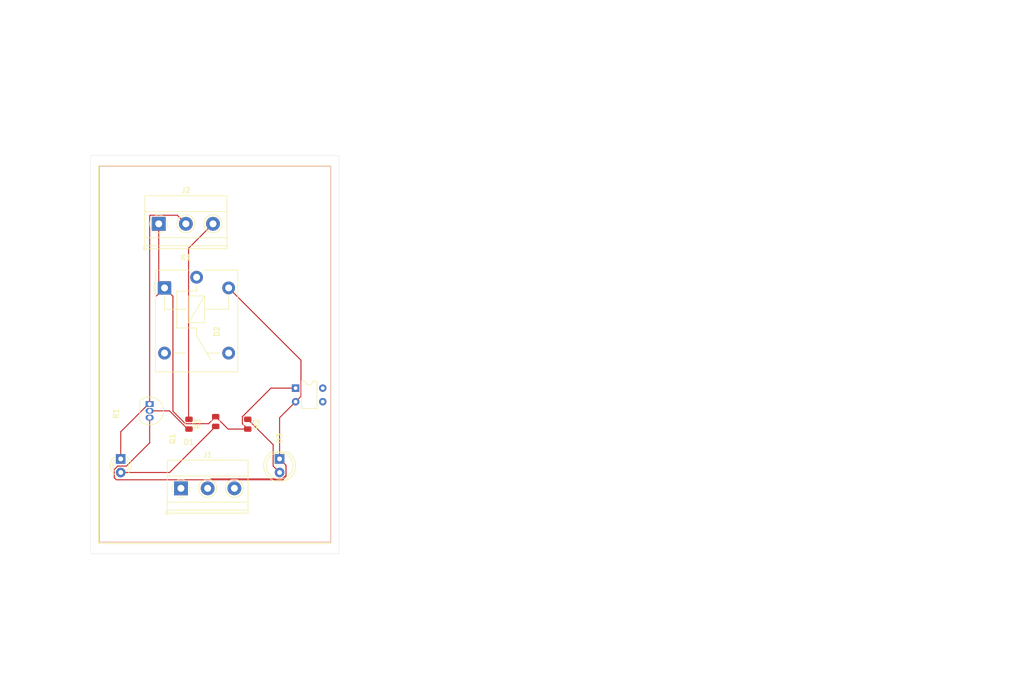
<source format=kicad_pcb>
(kicad_pcb (version 20240108) (generator "pcbnew") (generator_version "8.0")
  (title_block (title "PLACA MODULO RELÉ") (date "2024-04-21") (rev "Reynaldo Avila") (company "UNIVERSIDAD CATÓLICA BOLIVIANA "))
  (layers (0 "F.Cu" signal) (31 "B.Cu" signal) (34 "B.Paste" user) (35 "F.Paste" user) (36 "B.SilkS" user "B.Silkscreen") (37 "F.SilkS" user "F.Silkscreen") (38 "B.Mask" user) (39 "F.Mask" user) (44 "Edge.Cuts" user))
  (net 0 "")
  (net 1 "Net-(D1-A)")
  (net 2 "Net-(D1-K)")
  (net 3 "Net-(D2-A)")
  (net 4 "Net-(D2-K)")
  (net 5 "Net-(D3-A)")
  (net 6 "Net-(Q1-B)")
  (net 7 "Net-(K1-Pad11)")
  (net 8 "Net-(K1-Pad12)")
  (net 9 "Net-(K1-Pad14)")
  (net 10 "Net-(J2-Pin_3)")
  (net 11 "Net-(J1-Pin_1)")
  (net 12 "Net-(J1-Pin_3)")
  (net 13 "Net-(J1-Pin_2)")
  (footprint "Diode_THT:Diode_Bridge_DIP-4_W5.08mm_P2.54mm" (layer "F.Cu") (at 130.4234 97.98865)
    (property "Reference" "D1" (at -20 10.105 0) (layer "F.SilkS"))
    (property "Value" "D")
    (fp_line (start 1.1 -1.3) (end 1.1 3.8) (stroke (width 0.12)) (layer "F.SilkS"))
    (fp_line (start 1.1 3.8) (end 4 3.8) (stroke (width 0.12)) (layer "F.SilkS"))
    (fp_line (start 1.8 -1.3) (end 1.1 -1.3) (stroke (width 0.12)) (layer "F.SilkS"))
    (fp_line (start 4 -1.3) (end 3.2 -1.3) (stroke (width 0.12)) (layer "F.SilkS"))
    (fp_line (start 4 3.8) (end 4 -1.3) (stroke (width 0.12)) (layer "F.SilkS"))
    (fp_arc (start 3.2 -1.3) (mid 2.5 -0.6) (end 1.8 -1.3) (stroke (width 0.12)) (layer "F.SilkS"))
    (pad "1" thru_hole rect (at 0 0) (size 1.4 1.4) (drill 0.7) (layers "*.Cu" "*.Mask") (net 2 "Net-(D1-K)"))
    (pad "2" thru_hole circle (at 0 2.54) (size 1.4 1.4) (drill 0.7) (layers "*.Cu" "*.Mask") (net 1 "Net-(D1-A)"))
    (pad "3" thru_hole circle (at 5.08 2.54) (size 1.4 1.4) (drill 0.7) (layers "*.Cu" "*.Mask"))
    (pad "4" thru_hole circle (at 5.08 0) (size 1.4 1.4) (drill 0.7) (layers "*.Cu" "*.Mask"))
  )
  (footprint "Package_TO_SOT_THT:TO-92_Inline" (layer "F.Cu") (at 103.1034 100.96865 -90)
    (property "Reference" "Q1" (at 6.515779 -4.265779 90) (layer "F.SilkS"))
    (property "Value" "S8050")
    (fp_line (start -0.53 1.85) (end 3.07 1.85) (stroke (width 0.12)) (layer "F.SilkS"))
    (fp_arc (start -0.568478 1.838478) (mid -1.132087 -0.994977) (end 1.27 -2.6) (stroke (width 0.12)) (layer "F.SilkS"))
    (fp_arc (start 1.27 -2.6) (mid 3.672087 -0.994977) (end 3.108478 1.838478) (stroke (width 0.12)) (layer "F.SilkS"))
    (pad "1" thru_hole rect (at 0 0 270) (size 1.05 1.5) (drill 0.75) (layers "*.Cu" "*.Mask") (net 4 "Net-(D2-K)"))
    (pad "2" thru_hole oval (at 1.27 0 270) (size 1.05 1.5) (drill 0.75) (layers "*.Cu" "*.Mask") (net 6 "Net-(Q1-B)"))
    (pad "3" thru_hole oval (at 2.54 0 270) (size 1.05 1.5) (drill 0.75) (layers "*.Cu" "*.Mask") (net 1 "Net-(D1-A)"))
  )
  (footprint "Resistor_SMD:R_0805_2012Metric" (layer "F.Cu") (at 121.4634 104.73865 -90)
    (property "Reference" "R2" (at 0 -1.65 90) (layer "F.SilkS"))
    (property "Value" "R")
    (fp_line (start -0.227064 0.735) (end 0.227064 0.735) (stroke (width 0.12)) (layer "F.SilkS"))
    (fp_line (start -0.227064 -0.735) (end 0.227064 -0.735) (stroke (width 0.12)) (layer "F.SilkS"))
    (pad "1" smd roundrect (at -0.9125 0 270) (size 1.025 1.4) (layers "F.Cu" "F.Paste" "F.Mask") (roundrect_rratio 0.243902) (net 5 "Net-(D3-A)"))
    (pad "2" smd roundrect (at 0.9125 0 270) (size 1.025 1.4) (layers "F.Cu" "F.Paste" "F.Mask") (roundrect_rratio 0.243902) (net 2 "Net-(D1-K)"))
  )
  (footprint "Resistor_SMD:R_0805_2012Metric" (layer "F.Cu") (at 115.4634 104.23865 90)
    (property "Reference" "R1" (at 1.4925 -18.6225 -90) (layer "F.SilkS"))
    (property "Value" "R")
    (fp_line (start -0.227064 -0.735) (end 0.227064 -0.735) (stroke (width 0.12)) (layer "F.SilkS"))
    (fp_line (start -0.227064 0.735) (end 0.227064 0.735) (stroke (width 0.12)) (layer "F.SilkS"))
    (pad "1" smd roundrect (at -0.9125 0 90) (size 1.025 1.4) (layers "F.Cu" "F.Paste" "F.Mask") (roundrect_rratio 0.243902) (net 3 "Net-(D2-A)"))
    (pad "2" smd roundrect (at 0.9125 0 90) (size 1.025 1.4) (layers "F.Cu" "F.Paste" "F.Mask") (roundrect_rratio 0.243902) (net 2 "Net-(D1-K)"))
  )
  (footprint "TerminalBlock_Phoenix:TerminalBlock_Phoenix_MKDS-1,5-3-5.08_1x03_P5.08mm_Horizontal" (layer "F.Cu") (at 104.8034 67.23865)
    (property "Reference" "J2" (at 5.08 -6.26 0) (layer "F.SilkS"))
    (property "Value" "Conn_01x03_Pin")
    (fp_line (start -2.84 4.16) (end -2.84 4.9) (stroke (width 0.12)) (layer "F.SilkS"))
    (fp_line (start -2.84 4.9) (end -2.34 4.9) (stroke (width 0.12)) (layer "F.SilkS"))
    (fp_line (start -2.6 -5.261) (end -2.6 4.66) (stroke (width 0.12)) (layer "F.SilkS"))
    (fp_line (start -2.6 -5.261) (end 12.76 -5.261) (stroke (width 0.12)) (layer "F.SilkS"))
    (fp_line (start -2.6 -2.301) (end 12.76 -2.301) (stroke (width 0.12)) (layer "F.SilkS"))
    (fp_line (start -2.6 2.6) (end 12.76 2.6) (stroke (width 0.12)) (layer "F.SilkS"))
    (fp_line (start -2.6 4.1) (end 12.76 4.1) (stroke (width 0.12)) (layer "F.SilkS"))
    (fp_line (start -2.6 4.66) (end 12.76 4.66) (stroke (width 0.12)) (layer "F.SilkS"))
    (fp_line (start 3.853 1.023) (end 3.806 1.069) (stroke (width 0.12)) (layer "F.SilkS"))
    (fp_line (start 4.046 1.239) (end 4.011 1.274) (stroke (width 0.12)) (layer "F.SilkS"))
    (fp_line (start 6.15 -1.275) (end 6.115 -1.239) (stroke (width 0.12)) (layer "F.SilkS"))
    (fp_line (start 6.355 -1.069) (end 6.308 -1.023) (stroke (width 0.12)) (layer "F.SilkS"))
    (fp_line (start 8.933 1.023) (end 8.886 1.069) (stroke (width 0.12)) (layer "F.SilkS"))
    (fp_line (start 9.126 1.239) (end 9.091 1.274) (stroke (width 0.12)) (layer "F.SilkS"))
    (fp_line (start 11.23 -1.275) (end 11.195 -1.239) (stroke (width 0.12)) (layer "F.SilkS"))
    (fp_line (start 11.435 -1.069) (end 11.388 -1.023) (stroke (width 0.12)) (layer "F.SilkS"))
    (fp_line (start 12.76 -5.261) (end 12.76 4.66) (stroke (width 0.12)) (layer "F.SilkS"))
    (fp_arc (start -1.535427 0.683042) (mid -1.680501 -0.000524) (end -1.535 -0.684) (stroke (width 0.12)) (layer "F.SilkS"))
    (fp_arc (start -0.683042 -1.535427) (mid 0.000524 -1.680501) (end 0.684 -1.535) (stroke (width 0.12)) (layer "F.SilkS"))
    (fp_arc (start 0.028805 1.680253) (mid -0.335551 1.646659) (end -0.684 1.535) (stroke (width 0.12)) (layer "F.SilkS"))
    (fp_arc (start 0.683318 1.534756) (mid 0.349292 1.643288) (end 0 1.68) (stroke (width 0.12)) (layer "F.SilkS"))
    (fp_arc (start 1.535427 -0.683042) (mid 1.680501 0.000524) (end 1.535 0.684) (stroke (width 0.12)) (layer "F.SilkS"))
    (fp_circle (center 5.08 0) (end 6.76 0) (stroke (width 0.12)) (fill none) (layer "F.SilkS"))
    (fp_circle (center 10.16 0) (end 11.84 0) (stroke (width 0.12)) (fill none) (layer "F.SilkS"))
    (pad "1" thru_hole rect (at 0 0) (size 2.6 2.6) (drill 1.3) (layers "*.Cu" "*.Mask") (net 2 "Net-(D1-K)"))
    (pad "2" thru_hole circle (at 5.08 0) (size 2.6 2.6) (drill 1.3) (layers "*.Cu" "*.Mask") (net 4 "Net-(D2-K)"))
    (pad "3" thru_hole circle (at 10.16 0) (size 2.6 2.6) (drill 1.3) (layers "*.Cu" "*.Mask") (net 10 "Net-(J2-Pin_3)"))
  )
  (footprint "LED_THT:LED_D5.0mm_IRGrey" (layer "F.Cu") (at 127.4234 111.23865 -90)
    (property "Reference" "D3" (at -3.855 0 90) (layer "F.SilkS"))
    (property "Value" "LED")
    (fp_line (start -1.29 -1.545) (end -1.29 1.545) (stroke (width 0.12)) (layer "F.SilkS"))
    (fp_arc (start 4.26 -0.000462) (mid 2.072002 2.880433) (end -1.29 1.54483) (stroke (width 0.12)) (layer "F.SilkS"))
    (fp_arc (start -1.29 -1.54483) (mid 2.072002 -2.880433) (end 4.26 0.000462) (stroke (width 0.12)) (layer "F.SilkS"))
    (fp_circle (center 1.27 0) (end 3.77 0) (stroke (width 0.12)) (fill none) (layer "F.SilkS"))
    (pad "1" thru_hole rect (at 0 0 270) (size 1.8 1.8) (drill 0.9) (layers "*.Cu" "*.Mask") (net 1 "Net-(D1-A)"))
    (pad "2" thru_hole circle (at 2.54 0 270) (size 1.8 1.8) (drill 0.9) (layers "*.Cu" "*.Mask") (net 5 "Net-(D3-A)"))
  )
  (footprint "Relay_THT:Relay_SPDT_Finder_36.11" (layer "F.Cu") (at 105.8884 79.23365)
    (property "Reference" "K1" (at 4 -5.7 0) (layer "F.SilkS"))
    (property "Value" "Relay_SPDT")
    (fp_line (start -1.95 -1.15) (end -1.95 1.15) (stroke (width 0.12)) (layer "F.SilkS"))
    (fp_line (start -1.71 15.7) (end -1.71 -3.31) (stroke (width 0.12)) (layer "F.SilkS"))
    (fp_line (start 0 1.7) (end 0 4) (stroke (width 0.12)) (layer "F.SilkS"))
    (fp_line (start 1.7 12.2) (end 4 12.2) (stroke (width 0.12)) (layer "F.SilkS"))
    (fp_line (start 2.3 7.5) (end 2.3 0.6) (stroke (width 0.12)) (layer "F.SilkS"))
    (fp_line (start 4.5 1.5) (end 7.5 1.5) (stroke (width 0.12)) (layer "F.SilkS"))
    (fp_line (start 4.5 4) (end 0 4) (stroke (width 0.12)) (layer "F.SilkS"))
    (fp_line (start 4.5 6.5) (end 4.5 1.5) (stroke (width 0.12)) (layer "F.SilkS"))
    (fp_line (start 4.5 6.5) (end 7.5 1.5) (stroke (width 0.12)) (layer "F.SilkS"))
    (fp_line (start 4.8 -3.31) (end -1.71 -3.31) (stroke (width 0.12)) (layer "F.SilkS"))
    (fp_line (start 6 0.6) (end 2.3 0.6) (stroke (width 0.12)) (layer "F.SilkS"))
    (fp_line (start 6 0.6) (end 6 -0.3) (stroke (width 0.12)) (layer "F.SilkS"))
    (fp_line (start 6 7.5) (end 2.3 7.5) (stroke (width 0.12)) (layer "F.SilkS"))
    (fp_line (start 6 7.5) (end 6 9) (stroke (width 0.12)) (layer "F.SilkS"))
    (fp_line (start 6 9) (end 8.7 13.5) (stroke (width 0.12)) (layer "F.SilkS"))
    (fp_line (start 7.5 1.5) (end 7.5 6.5) (stroke (width 0.12)) (layer "F.SilkS"))
    (fp_line (start 7.5 6.5) (end 4.5 6.5) (stroke (width 0.12)) (layer "F.SilkS"))
    (fp_line (start 10.3 12.2) (end 8 12.2) (stroke (width 0.12)) (layer "F.SilkS"))
    (fp_line (start 12 4) (end 7.5 4) (stroke (width 0.12)) (layer "F.SilkS"))
    (fp_line (start 12 4) (end 12 1.7) (stroke (width 0.12)) (layer "F.SilkS"))
    (fp_line (start 13.71 -3.31) (end 7.2 -3.31) (stroke (width 0.12)) (layer "F.SilkS"))
    (fp_line (start 13.71 -3.31) (end 13.71 15.71) (stroke (width 0.12)) (layer "F.SilkS"))
    (fp_line (start 13.71 15.71) (end -1.71 15.71) (stroke (width 0.12)) (layer "F.SilkS"))
    (pad "11" thru_hole circle (at 6 -2) (size 2.4 2.4) (drill 1.3) (layers "*.Cu" "*.Mask") (net 7 "Net-(K1-Pad11)") (clearance 0.2))
    (pad "12" thru_hole circle (at 12 12.2) (size 2.4 2.4) (drill 1.3) (layers "*.Cu" "*.Mask") (net 8 "Net-(K1-Pad12)"))
    (pad "14" thru_hole circle (at 0 12.2) (size 2.4 2.4) (drill 1.3) (layers "*.Cu" "*.Mask") (net 9 "Net-(K1-Pad14)"))
    (pad "A1" thru_hole roundrect (at 0 0) (size 2.5 2.5) (drill 1.3) (layers "*.Cu" "*.Mask") (roundrect_rratio 0.1) (net 2 "Net-(D1-K)"))
    (pad "A2" thru_hole circle (at 12 0) (size 2.4 2.4) (drill 1.3) (layers "*.Cu" "*.Mask") (net 1 "Net-(D1-A)"))
  )
  (footprint "TerminalBlock_Phoenix:TerminalBlock_Phoenix_MKDS-1,5-3_1x03_P5.00mm_Horizontal" (layer "F.Cu") (at 108.9634 116.73865)
    (property "Reference" "J1" (at 5 -6.26 0) (layer "F.SilkS"))
    (property "Value" "Conn_01x03_Pin")
    (fp_line (start -2.8 4.16) (end -2.8 4.9) (stroke (width 0.12)) (layer "F.SilkS"))
    (fp_line (start -2.8 4.9) (end -2.3 4.9) (stroke (width 0.12)) (layer "F.SilkS"))
    (fp_line (start -2.56 -5.261) (end -2.56 4.66) (stroke (width 0.12)) (layer "F.SilkS"))
    (fp_line (start -2.56 -5.261) (end 12.56 -5.261) (stroke (width 0.12)) (layer "F.SilkS"))
    (fp_line (start -2.56 -2.301) (end 12.56 -2.301) (stroke (width 0.12)) (layer "F.SilkS"))
    (fp_line (start -2.56 2.6) (end 12.56 2.6) (stroke (width 0.12)) (layer "F.SilkS"))
    (fp_line (start -2.56 4.1) (end 12.56 4.1) (stroke (width 0.12)) (layer "F.SilkS"))
    (fp_line (start -2.56 4.66) (end 12.56 4.66) (stroke (width 0.12)) (layer "F.SilkS"))
    (fp_line (start 3.773 1.023) (end 3.726 1.069) (stroke (width 0.12)) (layer "F.SilkS"))
    (fp_line (start 3.966 1.239) (end 3.931 1.274) (stroke (width 0.12)) (layer "F.SilkS"))
    (fp_line (start 6.07 -1.275) (end 6.035 -1.239) (stroke (width 0.12)) (layer "F.SilkS"))
    (fp_line (start 6.275 -1.069) (end 6.228 -1.023) (stroke (width 0.12)) (layer "F.SilkS"))
    (fp_line (start 8.773 1.023) (end 8.726 1.069) (stroke (width 0.12)) (layer "F.SilkS"))
    (fp_line (start 8.966 1.239) (end 8.931 1.274) (stroke (width 0.12)) (layer "F.SilkS"))
    (fp_line (start 11.07 -1.275) (end 11.035 -1.239) (stroke (width 0.12)) (layer "F.SilkS"))
    (fp_line (start 11.275 -1.069) (end 11.228 -1.023) (stroke (width 0.12)) (layer "F.SilkS"))
    (fp_line (start 12.56 -5.261) (end 12.56 4.66) (stroke (width 0.12)) (layer "F.SilkS"))
    (fp_arc (start -1.535427 0.683042) (mid -1.680501 -0.000524) (end -1.535 -0.684) (stroke (width 0.12)) (layer "F.SilkS"))
    (fp_arc (start -0.683042 -1.535427) (mid 0.000524 -1.680501) (end 0.684 -1.535) (stroke (width 0.12)) (layer "F.SilkS"))
    (fp_arc (start 0.028805 1.680253) (mid -0.335551 1.646659) (end -0.684 1.535) (stroke (width 0.12)) (layer "F.SilkS"))
    (fp_arc (start 0.683318 1.534756) (mid 0.349292 1.643288) (end 0 1.68) (stroke (width 0.12)) (layer "F.SilkS"))
    (fp_arc (start 1.535427 -0.683042) (mid 1.680501 0.000524) (end 1.535 0.684) (stroke (width 0.12)) (layer "F.SilkS"))
    (fp_circle (center 5 0) (end 6.68 0) (stroke (width 0.12)) (fill none) (layer "F.SilkS"))
    (fp_circle (center 10 0) (end 11.68 0) (stroke (width 0.12)) (fill none) (layer "F.SilkS"))
    (pad "1" thru_hole rect (at 0 0) (size 2.6 2.6) (drill 1.3) (layers "*.Cu" "*.Mask") (net 11 "Net-(J1-Pin_1)"))
    (pad "2" thru_hole circle (at 5 0) (size 2.6 2.6) (drill 1.3) (layers "*.Cu" "*.Mask") (net 13 "Net-(J1-Pin_2)"))
    (pad "3" thru_hole circle (at 10 0) (size 2.6 2.6) (drill 1.3) (layers "*.Cu" "*.Mask") (net 12 "Net-(J1-Pin_3)"))
  )
  (footprint "Resistor_SMD:R_0805_2012Metric" (layer "F.Cu") (at 110.4634 104.73865 -90)
    (property "Reference" "R3" (at 0 -1.65 90) (layer "F.SilkS"))
    (property "Value" "R")
    (fp_line (start -0.227064 0.735) (end 0.227064 0.735) (stroke (width 0.12)) (layer "F.SilkS"))
    (fp_line (start -0.227064 -0.735) (end 0.227064 -0.735) (stroke (width 0.12)) (layer "F.SilkS"))
    (pad "1" smd roundrect (at -0.9125 0 270) (size 1.025 1.4) (layers "F.Cu" "F.Paste" "F.Mask") (roundrect_rratio 0.243902) (net 10 "Net-(J2-Pin_3)"))
    (pad "2" smd roundrect (at 0.9125 0 270) (size 1.025 1.4) (layers "F.Cu" "F.Paste" "F.Mask") (roundrect_rratio 0.243902) (net 6 "Net-(Q1-B)"))
  )
  (footprint "LED_THT:LED_D3.0mm" (layer "F.Cu") (at 97.6884 111.23865 -90)
    (property "Reference" "D2" (at -23.835 -18 90) (layer "F.SilkS"))
    (property "Value" "LED")
    (fp_line (start -0.29 1.08) (end -0.29 1.236) (stroke (width 0.12)) (layer "F.SilkS"))
    (fp_line (start -0.29 -1.236) (end -0.29 -1.08) (stroke (width 0.12)) (layer "F.SilkS"))
    (fp_arc (start 2.31113 1.079837) (mid 1.270117 1.5) (end 0.229039 1.08) (stroke (width 0.12)) (layer "F.SilkS"))
    (fp_arc (start 2.942335 1.078608) (mid 1.366487 1.987659) (end -0.29 1.235516) (stroke (width 0.12)) (layer "F.SilkS"))
    (fp_arc (start 0.229039 -1.08) (mid 1.270117 -1.5) (end 2.31113 -1.079837) (stroke (width 0.12)) (layer "F.SilkS"))
    (fp_arc (start -0.29 -1.235516) (mid 1.366487 -1.987659) (end 2.942335 -1.078608) (stroke (width 0.12)) (layer "F.SilkS"))
    (pad "1" thru_hole rect (at 0 0 270) (size 1.8 1.8) (drill 0.9) (layers "*.Cu" "*.Mask") (net 4 "Net-(D2-K)"))
    (pad "2" thru_hole circle (at 2.54 0 270) (size 1.8 1.8) (drill 0.9) (layers "*.Cu" "*.Mask") (net 3 "Net-(D2-A)"))
  )
  (gr_rect (start 93.7006 56.4642) (end 136.9822 126.7968) (stroke (width 0.15)) (fill none) (layer "B.SilkS"))
  (gr_rect (start 93.5482 56.388) (end 137.033 127.0762) (stroke (width 0.15)) (fill none) (layer "F.SilkS"))
  (gr_rect (start 92.04 54.455) (end 138.54 128.955) (stroke (width 0.05)) (fill none) (layer "Edge.Cuts"))
  (segment (start 131.4234 92.76865) (end 117.8884 79.23365) (width 0.2) (layer "F.Cu") (net 1))
  (segment (start 128.6234 114.57865) (end 128.6234 112.43865) (width 0.2) (layer "F.Cu") (net 1))
  (segment (start 131.4234 99.52865) (end 131.4234 92.76865) (width 0.2) (layer "F.Cu") (net 1))
  (segment (start 98.7484 112.57865) (end 97.1234 112.57865) (width 0.2) (layer "F.Cu") (net 1))
  (segment (start 96.4884 113.21365) (end 96.4884 114.76365) (width 0.2) (layer "F.Cu") (net 1))
  (segment (start 128.0634 115.13865) (end 128.6234 114.57865) (width 0.2) (layer "F.Cu") (net 1))
  (segment (start 127.4234 103.52865) (end 130.4234 100.52865) (width 0.2) (layer "F.Cu") (net 1))
  (segment (start 127.4234 111.23865) (end 127.4234 103.52865) (width 0.2) (layer "F.Cu") (net 1))
  (segment (start 103.1034 108.22365) (end 98.7484 112.57865) (width 0.2) (layer "F.Cu") (net 1))
  (segment (start 96.4884 114.76365) (end 96.8634 115.13865) (width 0.2) (layer "F.Cu") (net 1))
  (segment (start 128.6234 112.43865) (end 127.4234 111.23865) (width 0.2) (layer "F.Cu") (net 1))
  (segment (start 128.6234 114.275707) (end 128.6234 112.43865) (width 0.2) (layer "F.Cu") (net 1))
  (segment (start 96.8634 115.13865) (end 128.0634 115.13865) (width 0.2) (layer "F.Cu") (net 1))
  (segment (start 130.4234 100.52865) (end 131.4234 99.52865) (width 0.2) (layer "F.Cu") (net 1))
  (segment (start 114.5734 114.97865) (end 127.920457 114.97865) (width 0.2) (layer "F.Cu") (net 1))
  (segment (start 97.1234 112.57865) (end 96.4884 113.21365) (width 0.2) (layer "F.Cu") (net 1))
  (segment (start 103.1034 103.50865) (end 103.1034 108.22365) (width 0.2) (layer "F.Cu") (net 1))
  (segment (start 127.920457 114.97865) (end 128.6234 114.275707) (width 0.2) (layer "F.Cu") (net 1))
  (segment (start 104.6734 80.44865) (end 105.8884 79.23365) (width 0.2) (layer "F.Cu") (net 2))
  (segment (start 117.7884 105.65115) (end 115.4634 103.32615) (width 0.2) (layer "F.Cu") (net 2))
  (segment (start 107.4634 80.80865) (end 105.8884 79.23365) (width 0.2) (layer "F.Cu") (net 2))
  (segment (start 104.8034 67.23865) (end 104.8034 78.14865) (width 0.2) (layer "F.Cu") (net 2))
  (segment (start 114.1509 104.63865) (end 109.778656 104.63865) (width 0.2) (layer "F.Cu") (net 2))
  (segment (start 130.4234 97.98865) (end 125.803656 97.98865) (width 0.2) (layer "F.Cu") (net 2))
  (segment (start 120.4634 104.65115) (end 121.4634 105.65115) (width 0.2) (layer "F.Cu") (net 2))
  (segment (start 104.6734 80.44865) (end 106.8034 78.31865) (width 0.2) (layer "F.Cu") (net 2))
  (segment (start 107.4634 102.323394) (end 107.4634 80.80865) (width 0.2) (layer "F.Cu") (net 2))
  (segment (start 104.3884 80.73365) (end 104.6734 80.44865) (width 0.2) (layer "F.Cu") (net 2))
  (segment (start 121.4634 105.65115) (end 117.7884 105.65115) (width 0.2) (layer "F.Cu") (net 2))
  (segment (start 104.8034 78.14865) (end 105.8884 79.23365) (width 0.2) (layer "F.Cu") (net 2))
  (segment (start 130.4234 97.98865) (end 130.3884 97.95365) (width 0.2) (layer "F.Cu") (net 2))
  (segment (start 125.803656 97.98865) (end 120.4634 103.328906) (width 0.2) (layer "F.Cu") (net 2))
  (segment (start 120.4634 103.328906) (end 120.4634 104.65115) (width 0.2) (layer "F.Cu") (net 2))
  (segment (start 115.4634 103.32615) (end 114.1509 104.63865) (width 0.2) (layer "F.Cu") (net 2))
  (segment (start 109.778656 104.63865) (end 107.4634 102.323394) (width 0.2) (layer "F.Cu") (net 2))
  (segment (start 115.4634 105.15115) (end 106.8359 113.77865) (width 0.2) (layer "F.Cu") (net 3))
  (segment (start 106.8359 113.77865) (end 97.6884 113.77865) (width 0.2) (layer "F.Cu") (net 3))
  (segment (start 102.8784 100.96865) (end 97.6884 106.15865) (width 0.2) (layer "F.Cu") (net 4))
  (segment (start 97.6884 106.15865) (end 97.6884 111.23865) (width 0.2) (layer "F.Cu") (net 4))
  (segment (start 103.1034 100.96865) (end 102.8784 100.96865) (width 0.2) (layer "F.Cu") (net 4))
  (segment (start 108.2834 65.63865) (end 103.2034 65.63865) (width 0.2) (layer "F.Cu") (net 4))
  (segment (start 103.1034 100.96865) (end 103.225126 100.96865) (width 0.2) (layer "F.Cu") (net 4))
  (segment (start 103.2034 65.63865) (end 103.1034 65.73865) (width 0.2) (layer "F.Cu") (net 4))
  (segment (start 109.8834 67.23865) (end 108.2834 65.63865) (width 0.2) (layer "F.Cu") (net 4))
  (segment (start 103.1034 65.73865) (end 103.1034 100.96865) (width 0.2) (layer "F.Cu") (net 4))
  (segment (start 127.4234 113.77865) (end 126.2234 112.57865) (width 0.2) (layer "F.Cu") (net 5))
  (segment (start 126.2234 108.58615) (end 121.4634 103.82615) (width 0.2) (layer "F.Cu") (net 5))
  (segment (start 126.2234 112.57865) (end 126.2234 108.58615) (width 0.2) (layer "F.Cu") (net 5))
  (segment (start 106.81297 102.23865) (end 110.22547 105.65115) (width 0.2) (layer "F.Cu") (net 6))
  (segment (start 103.1034 102.23865) (end 106.81297 102.23865) (width 0.2) (layer "F.Cu") (net 6))
  (segment (start 102.4984 102.23865) (end 103.1034 102.23865) (width 0.2) (layer "F.Cu") (net 6))
  (segment (start 110.22547 105.65115) (end 110.4634 105.65115) (width 0.2) (layer "F.Cu") (net 6))
  (segment (start 114.9634 67.23865) (end 110.3884 71.81365) (width 0.2) (layer "F.Cu") (net 10))
  (segment (start 110.3884 71.81365) (end 110.3884 103.75115) (width 0.2) (layer "F.Cu") (net 10))
  (segment (start 110.3884 103.75115) (end 110.4634 103.82615) (width 0.2) (layer "F.Cu") (net 10))
)
</source>
